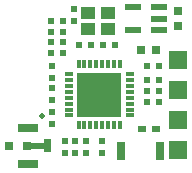
<source format=gts>
G04*
G04 #@! TF.GenerationSoftware,Altium Limited,Altium Designer,20.0.1 (14)*
G04*
G04 Layer_Color=8388736*
%FSLAX44Y44*%
%MOMM*%
G71*
G01*
G75*
%ADD18R,0.5080X0.5080*%
%ADD19R,0.5080X0.5080*%
%ADD20C,0.5000*%
%ADD21R,0.8000X1.5240*%
%ADD22R,0.8000X0.3302*%
%ADD23R,0.3302X0.8000*%
%ADD24R,3.8000X3.8000*%
%ADD25R,1.7000X0.8000*%
%ADD26R,0.7000X0.7000*%
%ADD27R,0.7000X0.5800*%
%ADD28R,1.6000X1.6000*%
%ADD29R,1.2000X1.0000*%
%ADD30R,1.4500X0.5500*%
%ADD31R,1.4500X0.5500*%
%ADD32R,0.7620X0.7620*%
%ADD33R,0.7620X0.7620*%
G36*
X41639Y18001D02*
X35639Y18001D01*
Y21001D01*
X24212D01*
X23478Y20267D01*
X20800D01*
X18906Y22161D01*
Y24839D01*
X20800Y26733D01*
X23478D01*
X24212Y25999D01*
X35639D01*
Y28999D01*
X41639D01*
X41639Y18001D01*
D02*
G37*
D18*
X51750Y120250D02*
D03*
X41750D02*
D03*
X51750Y102250D02*
D03*
X41750D02*
D03*
X123117Y61000D02*
D03*
X133117D02*
D03*
X123000Y91000D02*
D03*
X133000D02*
D03*
X51750Y111250D02*
D03*
X41750D02*
D03*
Y129250D02*
D03*
X51750D02*
D03*
X75000Y108750D02*
D03*
X65000D02*
D03*
X123117Y79000D02*
D03*
X133117D02*
D03*
X123117Y70000D02*
D03*
X133117D02*
D03*
X85500Y108750D02*
D03*
X95500D02*
D03*
D19*
X84750Y27250D02*
D03*
Y17250D02*
D03*
X42000Y62500D02*
D03*
Y72500D02*
D03*
Y91000D02*
D03*
Y81000D02*
D03*
Y41750D02*
D03*
Y51750D02*
D03*
X53000Y27250D02*
D03*
Y17250D02*
D03*
X62000D02*
D03*
Y27250D02*
D03*
X71250Y17250D02*
D03*
Y27250D02*
D03*
X60500Y129000D02*
D03*
Y139000D02*
D03*
D20*
X34000Y48500D02*
D03*
D21*
X134005Y19500D02*
D03*
X100995D02*
D03*
D22*
X56469Y84256D02*
D03*
X56469Y79253D02*
D03*
X56469Y74252D02*
D03*
X56469Y69251D02*
D03*
Y64249D02*
D03*
X56469Y59248D02*
D03*
X56469Y54247D02*
D03*
Y49246D02*
D03*
X108031D02*
D03*
Y54247D02*
D03*
X108031Y59248D02*
D03*
X108031Y64249D02*
D03*
Y69251D02*
D03*
X108031Y74252D02*
D03*
X108031Y79253D02*
D03*
Y84254D02*
D03*
D23*
X64746Y40969D02*
D03*
X69747D02*
D03*
X74748Y40969D02*
D03*
X79749Y40969D02*
D03*
X84751D02*
D03*
X89752Y40969D02*
D03*
X94753Y40969D02*
D03*
X99754D02*
D03*
Y92531D02*
D03*
X94753D02*
D03*
X89752Y92531D02*
D03*
X84751Y92531D02*
D03*
X79749D02*
D03*
X74748Y92531D02*
D03*
X69747Y92531D02*
D03*
X64746D02*
D03*
D24*
X82250Y66750D02*
D03*
D25*
X22000Y39000D02*
D03*
Y8000D02*
D03*
D26*
X21250Y23500D02*
D03*
X5639D02*
D03*
D27*
X118750Y37750D02*
D03*
X130750D02*
D03*
D28*
X149000Y96050D02*
D03*
Y70650D02*
D03*
Y45250D02*
D03*
Y19850D02*
D03*
D29*
X90000Y135750D02*
D03*
X73000D02*
D03*
Y122750D02*
D03*
X90000D02*
D03*
D30*
X132750Y121750D02*
D03*
D31*
X132750Y131250D02*
D03*
Y140750D02*
D03*
X111250D02*
D03*
Y121750D02*
D03*
D32*
X130749Y104749D02*
D03*
X117749D02*
D03*
D33*
X148999Y124751D02*
D03*
Y137751D02*
D03*
M02*

</source>
